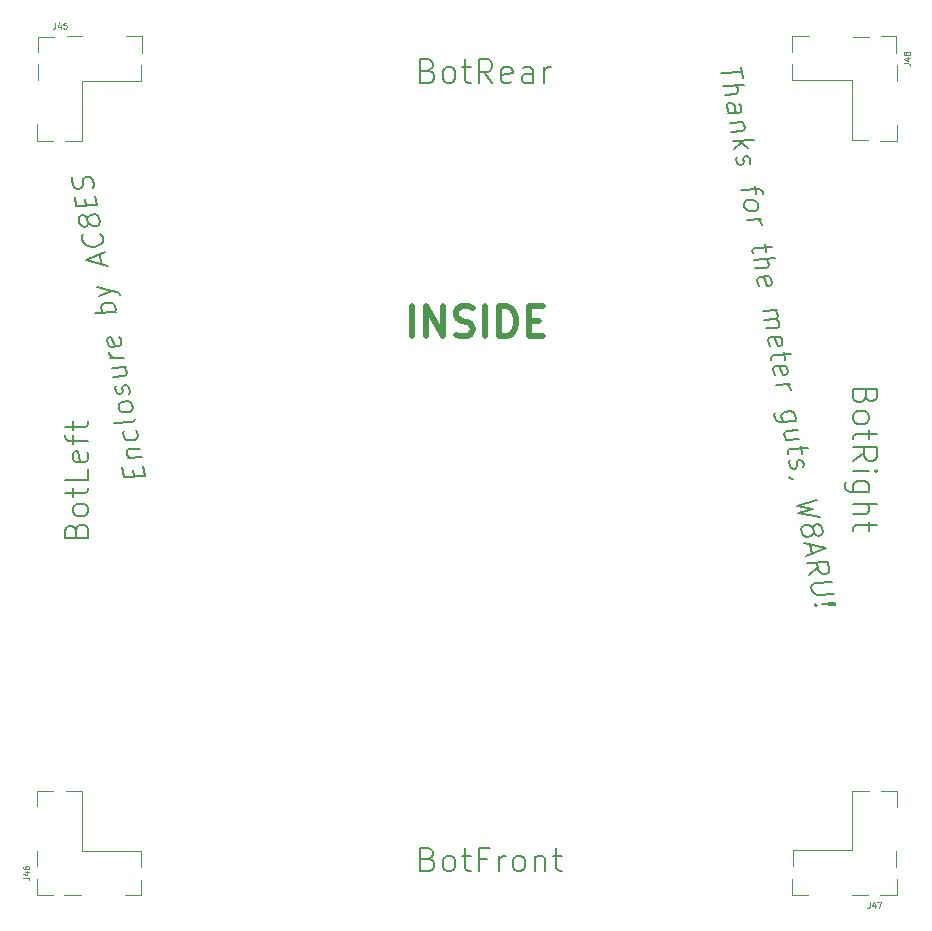
<source format=gbr>
%TF.GenerationSoftware,KiCad,Pcbnew,7.0.5-0*%
%TF.CreationDate,2024-04-21T20:24:40-04:00*%
%TF.ProjectId,swr_meter_bottom,7377725f-6d65-4746-9572-5f626f74746f,rev?*%
%TF.SameCoordinates,Original*%
%TF.FileFunction,Legend,Top*%
%TF.FilePolarity,Positive*%
%FSLAX46Y46*%
G04 Gerber Fmt 4.6, Leading zero omitted, Abs format (unit mm)*
G04 Created by KiCad (PCBNEW 7.0.5-0) date 2024-04-21 20:24:40*
%MOMM*%
%LPD*%
G01*
G04 APERTURE LIST*
%ADD10C,0.200000*%
%ADD11C,0.500000*%
%ADD12C,0.100000*%
%ADD13C,0.120000*%
G04 APERTURE END LIST*
D10*
X134834435Y-28447219D02*
X135120149Y-28542457D01*
X135120149Y-28542457D02*
X135215387Y-28637695D01*
X135215387Y-28637695D02*
X135310625Y-28828171D01*
X135310625Y-28828171D02*
X135310625Y-29113885D01*
X135310625Y-29113885D02*
X135215387Y-29304361D01*
X135215387Y-29304361D02*
X135120149Y-29399600D01*
X135120149Y-29399600D02*
X134929673Y-29494838D01*
X134929673Y-29494838D02*
X134167768Y-29494838D01*
X134167768Y-29494838D02*
X134167768Y-27494838D01*
X134167768Y-27494838D02*
X134834435Y-27494838D01*
X134834435Y-27494838D02*
X135024911Y-27590076D01*
X135024911Y-27590076D02*
X135120149Y-27685314D01*
X135120149Y-27685314D02*
X135215387Y-27875790D01*
X135215387Y-27875790D02*
X135215387Y-28066266D01*
X135215387Y-28066266D02*
X135120149Y-28256742D01*
X135120149Y-28256742D02*
X135024911Y-28351980D01*
X135024911Y-28351980D02*
X134834435Y-28447219D01*
X134834435Y-28447219D02*
X134167768Y-28447219D01*
X136453482Y-29494838D02*
X136263006Y-29399600D01*
X136263006Y-29399600D02*
X136167768Y-29304361D01*
X136167768Y-29304361D02*
X136072530Y-29113885D01*
X136072530Y-29113885D02*
X136072530Y-28542457D01*
X136072530Y-28542457D02*
X136167768Y-28351980D01*
X136167768Y-28351980D02*
X136263006Y-28256742D01*
X136263006Y-28256742D02*
X136453482Y-28161504D01*
X136453482Y-28161504D02*
X136739197Y-28161504D01*
X136739197Y-28161504D02*
X136929673Y-28256742D01*
X136929673Y-28256742D02*
X137024911Y-28351980D01*
X137024911Y-28351980D02*
X137120149Y-28542457D01*
X137120149Y-28542457D02*
X137120149Y-29113885D01*
X137120149Y-29113885D02*
X137024911Y-29304361D01*
X137024911Y-29304361D02*
X136929673Y-29399600D01*
X136929673Y-29399600D02*
X136739197Y-29494838D01*
X136739197Y-29494838D02*
X136453482Y-29494838D01*
X137691578Y-28161504D02*
X138453482Y-28161504D01*
X137977292Y-27494838D02*
X137977292Y-29209123D01*
X137977292Y-29209123D02*
X138072530Y-29399600D01*
X138072530Y-29399600D02*
X138263006Y-29494838D01*
X138263006Y-29494838D02*
X138453482Y-29494838D01*
X140263006Y-29494838D02*
X139596339Y-28542457D01*
X139120149Y-29494838D02*
X139120149Y-27494838D01*
X139120149Y-27494838D02*
X139882054Y-27494838D01*
X139882054Y-27494838D02*
X140072530Y-27590076D01*
X140072530Y-27590076D02*
X140167768Y-27685314D01*
X140167768Y-27685314D02*
X140263006Y-27875790D01*
X140263006Y-27875790D02*
X140263006Y-28161504D01*
X140263006Y-28161504D02*
X140167768Y-28351980D01*
X140167768Y-28351980D02*
X140072530Y-28447219D01*
X140072530Y-28447219D02*
X139882054Y-28542457D01*
X139882054Y-28542457D02*
X139120149Y-28542457D01*
X141882054Y-29399600D02*
X141691578Y-29494838D01*
X141691578Y-29494838D02*
X141310625Y-29494838D01*
X141310625Y-29494838D02*
X141120149Y-29399600D01*
X141120149Y-29399600D02*
X141024911Y-29209123D01*
X141024911Y-29209123D02*
X141024911Y-28447219D01*
X141024911Y-28447219D02*
X141120149Y-28256742D01*
X141120149Y-28256742D02*
X141310625Y-28161504D01*
X141310625Y-28161504D02*
X141691578Y-28161504D01*
X141691578Y-28161504D02*
X141882054Y-28256742D01*
X141882054Y-28256742D02*
X141977292Y-28447219D01*
X141977292Y-28447219D02*
X141977292Y-28637695D01*
X141977292Y-28637695D02*
X141024911Y-28828171D01*
X143691578Y-29494838D02*
X143691578Y-28447219D01*
X143691578Y-28447219D02*
X143596340Y-28256742D01*
X143596340Y-28256742D02*
X143405864Y-28161504D01*
X143405864Y-28161504D02*
X143024911Y-28161504D01*
X143024911Y-28161504D02*
X142834435Y-28256742D01*
X143691578Y-29399600D02*
X143501102Y-29494838D01*
X143501102Y-29494838D02*
X143024911Y-29494838D01*
X143024911Y-29494838D02*
X142834435Y-29399600D01*
X142834435Y-29399600D02*
X142739197Y-29209123D01*
X142739197Y-29209123D02*
X142739197Y-29018647D01*
X142739197Y-29018647D02*
X142834435Y-28828171D01*
X142834435Y-28828171D02*
X143024911Y-28732933D01*
X143024911Y-28732933D02*
X143501102Y-28732933D01*
X143501102Y-28732933D02*
X143691578Y-28637695D01*
X144643959Y-29494838D02*
X144643959Y-28161504D01*
X144643959Y-28542457D02*
X144739197Y-28351980D01*
X144739197Y-28351980D02*
X144834435Y-28256742D01*
X144834435Y-28256742D02*
X145024911Y-28161504D01*
X145024911Y-28161504D02*
X145215388Y-28161504D01*
D11*
X133484185Y-50918047D02*
X133484185Y-48418047D01*
X134674661Y-50918047D02*
X134674661Y-48418047D01*
X134674661Y-48418047D02*
X136103232Y-50918047D01*
X136103232Y-50918047D02*
X136103232Y-48418047D01*
X137174661Y-50799000D02*
X137531804Y-50918047D01*
X137531804Y-50918047D02*
X138127042Y-50918047D01*
X138127042Y-50918047D02*
X138365137Y-50799000D01*
X138365137Y-50799000D02*
X138484185Y-50679952D01*
X138484185Y-50679952D02*
X138603232Y-50441857D01*
X138603232Y-50441857D02*
X138603232Y-50203761D01*
X138603232Y-50203761D02*
X138484185Y-49965666D01*
X138484185Y-49965666D02*
X138365137Y-49846619D01*
X138365137Y-49846619D02*
X138127042Y-49727571D01*
X138127042Y-49727571D02*
X137650851Y-49608523D01*
X137650851Y-49608523D02*
X137412756Y-49489476D01*
X137412756Y-49489476D02*
X137293709Y-49370428D01*
X137293709Y-49370428D02*
X137174661Y-49132333D01*
X137174661Y-49132333D02*
X137174661Y-48894238D01*
X137174661Y-48894238D02*
X137293709Y-48656142D01*
X137293709Y-48656142D02*
X137412756Y-48537095D01*
X137412756Y-48537095D02*
X137650851Y-48418047D01*
X137650851Y-48418047D02*
X138246090Y-48418047D01*
X138246090Y-48418047D02*
X138603232Y-48537095D01*
X139674661Y-50918047D02*
X139674661Y-48418047D01*
X140865137Y-50918047D02*
X140865137Y-48418047D01*
X140865137Y-48418047D02*
X141460375Y-48418047D01*
X141460375Y-48418047D02*
X141817518Y-48537095D01*
X141817518Y-48537095D02*
X142055613Y-48775190D01*
X142055613Y-48775190D02*
X142174660Y-49013285D01*
X142174660Y-49013285D02*
X142293708Y-49489476D01*
X142293708Y-49489476D02*
X142293708Y-49846619D01*
X142293708Y-49846619D02*
X142174660Y-50322809D01*
X142174660Y-50322809D02*
X142055613Y-50560904D01*
X142055613Y-50560904D02*
X141817518Y-50799000D01*
X141817518Y-50799000D02*
X141460375Y-50918047D01*
X141460375Y-50918047D02*
X140865137Y-50918047D01*
X143365137Y-49608523D02*
X144198470Y-49608523D01*
X144555613Y-50918047D02*
X143365137Y-50918047D01*
X143365137Y-50918047D02*
X143365137Y-48418047D01*
X143365137Y-48418047D02*
X144555613Y-48418047D01*
D10*
X171862780Y-56059524D02*
X171767542Y-56345238D01*
X171767542Y-56345238D02*
X171672304Y-56440476D01*
X171672304Y-56440476D02*
X171481828Y-56535714D01*
X171481828Y-56535714D02*
X171196114Y-56535714D01*
X171196114Y-56535714D02*
X171005638Y-56440476D01*
X171005638Y-56440476D02*
X170910400Y-56345238D01*
X170910400Y-56345238D02*
X170815161Y-56154762D01*
X170815161Y-56154762D02*
X170815161Y-55392857D01*
X170815161Y-55392857D02*
X172815161Y-55392857D01*
X172815161Y-55392857D02*
X172815161Y-56059524D01*
X172815161Y-56059524D02*
X172719923Y-56250000D01*
X172719923Y-56250000D02*
X172624685Y-56345238D01*
X172624685Y-56345238D02*
X172434209Y-56440476D01*
X172434209Y-56440476D02*
X172243733Y-56440476D01*
X172243733Y-56440476D02*
X172053257Y-56345238D01*
X172053257Y-56345238D02*
X171958019Y-56250000D01*
X171958019Y-56250000D02*
X171862780Y-56059524D01*
X171862780Y-56059524D02*
X171862780Y-55392857D01*
X170815161Y-57678571D02*
X170910400Y-57488095D01*
X170910400Y-57488095D02*
X171005638Y-57392857D01*
X171005638Y-57392857D02*
X171196114Y-57297619D01*
X171196114Y-57297619D02*
X171767542Y-57297619D01*
X171767542Y-57297619D02*
X171958019Y-57392857D01*
X171958019Y-57392857D02*
X172053257Y-57488095D01*
X172053257Y-57488095D02*
X172148495Y-57678571D01*
X172148495Y-57678571D02*
X172148495Y-57964286D01*
X172148495Y-57964286D02*
X172053257Y-58154762D01*
X172053257Y-58154762D02*
X171958019Y-58250000D01*
X171958019Y-58250000D02*
X171767542Y-58345238D01*
X171767542Y-58345238D02*
X171196114Y-58345238D01*
X171196114Y-58345238D02*
X171005638Y-58250000D01*
X171005638Y-58250000D02*
X170910400Y-58154762D01*
X170910400Y-58154762D02*
X170815161Y-57964286D01*
X170815161Y-57964286D02*
X170815161Y-57678571D01*
X172148495Y-58916667D02*
X172148495Y-59678571D01*
X172815161Y-59202381D02*
X171100876Y-59202381D01*
X171100876Y-59202381D02*
X170910400Y-59297619D01*
X170910400Y-59297619D02*
X170815161Y-59488095D01*
X170815161Y-59488095D02*
X170815161Y-59678571D01*
X170815161Y-61488095D02*
X171767542Y-60821428D01*
X170815161Y-60345238D02*
X172815161Y-60345238D01*
X172815161Y-60345238D02*
X172815161Y-61107143D01*
X172815161Y-61107143D02*
X172719923Y-61297619D01*
X172719923Y-61297619D02*
X172624685Y-61392857D01*
X172624685Y-61392857D02*
X172434209Y-61488095D01*
X172434209Y-61488095D02*
X172148495Y-61488095D01*
X172148495Y-61488095D02*
X171958019Y-61392857D01*
X171958019Y-61392857D02*
X171862780Y-61297619D01*
X171862780Y-61297619D02*
X171767542Y-61107143D01*
X171767542Y-61107143D02*
X171767542Y-60345238D01*
X170815161Y-62345238D02*
X172148495Y-62345238D01*
X172815161Y-62345238D02*
X172719923Y-62250000D01*
X172719923Y-62250000D02*
X172624685Y-62345238D01*
X172624685Y-62345238D02*
X172719923Y-62440476D01*
X172719923Y-62440476D02*
X172815161Y-62345238D01*
X172815161Y-62345238D02*
X172624685Y-62345238D01*
X172148495Y-64154762D02*
X170529447Y-64154762D01*
X170529447Y-64154762D02*
X170338971Y-64059524D01*
X170338971Y-64059524D02*
X170243733Y-63964286D01*
X170243733Y-63964286D02*
X170148495Y-63773809D01*
X170148495Y-63773809D02*
X170148495Y-63488095D01*
X170148495Y-63488095D02*
X170243733Y-63297619D01*
X170910400Y-64154762D02*
X170815161Y-63964286D01*
X170815161Y-63964286D02*
X170815161Y-63583333D01*
X170815161Y-63583333D02*
X170910400Y-63392857D01*
X170910400Y-63392857D02*
X171005638Y-63297619D01*
X171005638Y-63297619D02*
X171196114Y-63202381D01*
X171196114Y-63202381D02*
X171767542Y-63202381D01*
X171767542Y-63202381D02*
X171958019Y-63297619D01*
X171958019Y-63297619D02*
X172053257Y-63392857D01*
X172053257Y-63392857D02*
X172148495Y-63583333D01*
X172148495Y-63583333D02*
X172148495Y-63964286D01*
X172148495Y-63964286D02*
X172053257Y-64154762D01*
X170815161Y-65107143D02*
X172815161Y-65107143D01*
X170815161Y-65964286D02*
X171862780Y-65964286D01*
X171862780Y-65964286D02*
X172053257Y-65869048D01*
X172053257Y-65869048D02*
X172148495Y-65678572D01*
X172148495Y-65678572D02*
X172148495Y-65392857D01*
X172148495Y-65392857D02*
X172053257Y-65202381D01*
X172053257Y-65202381D02*
X171958019Y-65107143D01*
X172148495Y-66630953D02*
X172148495Y-67392857D01*
X172815161Y-66916667D02*
X171100876Y-66916667D01*
X171100876Y-66916667D02*
X170910400Y-67011905D01*
X170910400Y-67011905D02*
X170815161Y-67202381D01*
X170815161Y-67202381D02*
X170815161Y-67392857D01*
X105007219Y-67392856D02*
X105102457Y-67107142D01*
X105102457Y-67107142D02*
X105197695Y-67011904D01*
X105197695Y-67011904D02*
X105388171Y-66916666D01*
X105388171Y-66916666D02*
X105673885Y-66916666D01*
X105673885Y-66916666D02*
X105864361Y-67011904D01*
X105864361Y-67011904D02*
X105959600Y-67107142D01*
X105959600Y-67107142D02*
X106054838Y-67297618D01*
X106054838Y-67297618D02*
X106054838Y-68059523D01*
X106054838Y-68059523D02*
X104054838Y-68059523D01*
X104054838Y-68059523D02*
X104054838Y-67392856D01*
X104054838Y-67392856D02*
X104150076Y-67202380D01*
X104150076Y-67202380D02*
X104245314Y-67107142D01*
X104245314Y-67107142D02*
X104435790Y-67011904D01*
X104435790Y-67011904D02*
X104626266Y-67011904D01*
X104626266Y-67011904D02*
X104816742Y-67107142D01*
X104816742Y-67107142D02*
X104911980Y-67202380D01*
X104911980Y-67202380D02*
X105007219Y-67392856D01*
X105007219Y-67392856D02*
X105007219Y-68059523D01*
X106054838Y-65773809D02*
X105959600Y-65964285D01*
X105959600Y-65964285D02*
X105864361Y-66059523D01*
X105864361Y-66059523D02*
X105673885Y-66154761D01*
X105673885Y-66154761D02*
X105102457Y-66154761D01*
X105102457Y-66154761D02*
X104911980Y-66059523D01*
X104911980Y-66059523D02*
X104816742Y-65964285D01*
X104816742Y-65964285D02*
X104721504Y-65773809D01*
X104721504Y-65773809D02*
X104721504Y-65488094D01*
X104721504Y-65488094D02*
X104816742Y-65297618D01*
X104816742Y-65297618D02*
X104911980Y-65202380D01*
X104911980Y-65202380D02*
X105102457Y-65107142D01*
X105102457Y-65107142D02*
X105673885Y-65107142D01*
X105673885Y-65107142D02*
X105864361Y-65202380D01*
X105864361Y-65202380D02*
X105959600Y-65297618D01*
X105959600Y-65297618D02*
X106054838Y-65488094D01*
X106054838Y-65488094D02*
X106054838Y-65773809D01*
X104721504Y-64535713D02*
X104721504Y-63773809D01*
X104054838Y-64249999D02*
X105769123Y-64249999D01*
X105769123Y-64249999D02*
X105959600Y-64154761D01*
X105959600Y-64154761D02*
X106054838Y-63964285D01*
X106054838Y-63964285D02*
X106054838Y-63773809D01*
X106054838Y-62154761D02*
X106054838Y-63107142D01*
X106054838Y-63107142D02*
X104054838Y-63107142D01*
X105959600Y-60726189D02*
X106054838Y-60916665D01*
X106054838Y-60916665D02*
X106054838Y-61297618D01*
X106054838Y-61297618D02*
X105959600Y-61488094D01*
X105959600Y-61488094D02*
X105769123Y-61583332D01*
X105769123Y-61583332D02*
X105007219Y-61583332D01*
X105007219Y-61583332D02*
X104816742Y-61488094D01*
X104816742Y-61488094D02*
X104721504Y-61297618D01*
X104721504Y-61297618D02*
X104721504Y-60916665D01*
X104721504Y-60916665D02*
X104816742Y-60726189D01*
X104816742Y-60726189D02*
X105007219Y-60630951D01*
X105007219Y-60630951D02*
X105197695Y-60630951D01*
X105197695Y-60630951D02*
X105388171Y-61583332D01*
X104721504Y-60059522D02*
X104721504Y-59297618D01*
X106054838Y-59773808D02*
X104340552Y-59773808D01*
X104340552Y-59773808D02*
X104150076Y-59678570D01*
X104150076Y-59678570D02*
X104054838Y-59488094D01*
X104054838Y-59488094D02*
X104054838Y-59297618D01*
X104721504Y-58916665D02*
X104721504Y-58154761D01*
X104054838Y-58630951D02*
X105769123Y-58630951D01*
X105769123Y-58630951D02*
X105959600Y-58535713D01*
X105959600Y-58535713D02*
X106054838Y-58345237D01*
X106054838Y-58345237D02*
X106054838Y-58154761D01*
X161292533Y-28106002D02*
X161466182Y-29090809D01*
X159617958Y-28686863D02*
X161379358Y-28598406D01*
X159806077Y-29753738D02*
X161567476Y-29665280D01*
X159936313Y-30492344D02*
X160858951Y-30446009D01*
X160858951Y-30446009D02*
X161012233Y-30355517D01*
X161012233Y-30355517D02*
X161067167Y-30187170D01*
X161067167Y-30187170D02*
X161023755Y-29940968D01*
X161023755Y-29940968D02*
X160910938Y-29781046D01*
X160910938Y-29781046D02*
X160812591Y-29703191D01*
X160211256Y-32051622D02*
X161133894Y-32005287D01*
X161133894Y-32005287D02*
X161287175Y-31914796D01*
X161287175Y-31914796D02*
X161342110Y-31746449D01*
X161342110Y-31746449D02*
X161284228Y-31418179D01*
X161284228Y-31418179D02*
X161171410Y-31258257D01*
X160295132Y-32047410D02*
X160182315Y-31887488D01*
X160182315Y-31887488D02*
X160109961Y-31477151D01*
X160109961Y-31477151D02*
X160164896Y-31308804D01*
X160164896Y-31308804D02*
X160318178Y-31218312D01*
X160318178Y-31218312D02*
X160485930Y-31209888D01*
X160485930Y-31209888D02*
X160668153Y-31283531D01*
X160668153Y-31283531D02*
X160780971Y-31443453D01*
X160780971Y-31443453D02*
X160853324Y-31853790D01*
X160853324Y-31853790D02*
X160966142Y-32013712D01*
X161530229Y-32813323D02*
X160355963Y-32872295D01*
X161362477Y-32821748D02*
X161460824Y-32899603D01*
X161460824Y-32899603D02*
X161573641Y-33059525D01*
X161573641Y-33059525D02*
X161617053Y-33305727D01*
X161617053Y-33305727D02*
X161562118Y-33474074D01*
X161562118Y-33474074D02*
X161408837Y-33564566D01*
X161408837Y-33564566D02*
X160486199Y-33610901D01*
X160630906Y-34431574D02*
X162392305Y-34343116D01*
X161330856Y-34562010D02*
X160746671Y-35088112D01*
X161920937Y-35029141D02*
X161134163Y-34406300D01*
X160946313Y-35740439D02*
X160891378Y-35908786D01*
X160891378Y-35908786D02*
X160949261Y-36237055D01*
X160949261Y-36237055D02*
X161062078Y-36396977D01*
X161062078Y-36396977D02*
X161244301Y-36470620D01*
X161244301Y-36470620D02*
X161328178Y-36466408D01*
X161328178Y-36466408D02*
X161481459Y-36375916D01*
X161481459Y-36375916D02*
X161536394Y-36207569D01*
X161536394Y-36207569D02*
X161492982Y-35961367D01*
X161492982Y-35961367D02*
X161547917Y-35793020D01*
X161547917Y-35793020D02*
X161701198Y-35702528D01*
X161701198Y-35702528D02*
X161785074Y-35698316D01*
X161785074Y-35698316D02*
X161967297Y-35771959D01*
X161967297Y-35771959D02*
X162080115Y-35931881D01*
X162080115Y-35931881D02*
X162123527Y-36178083D01*
X162123527Y-36178083D02*
X162068592Y-36346430D01*
X162485294Y-38229766D02*
X162601059Y-38886305D01*
X161354440Y-38534940D02*
X162864211Y-38459119D01*
X162864211Y-38459119D02*
X163046434Y-38532762D01*
X163046434Y-38532762D02*
X163159251Y-38692684D01*
X163159251Y-38692684D02*
X163188193Y-38856819D01*
X161571500Y-39765949D02*
X161626435Y-39597603D01*
X161626435Y-39597603D02*
X161695840Y-39511323D01*
X161695840Y-39511323D02*
X161849122Y-39420831D01*
X161849122Y-39420831D02*
X162352379Y-39395558D01*
X162352379Y-39395558D02*
X162534602Y-39469200D01*
X162534602Y-39469200D02*
X162632949Y-39547055D01*
X162632949Y-39547055D02*
X162745766Y-39706978D01*
X162745766Y-39706978D02*
X162789178Y-39953180D01*
X162789178Y-39953180D02*
X162734244Y-40121527D01*
X162734244Y-40121527D02*
X162664838Y-40207806D01*
X162664838Y-40207806D02*
X162511556Y-40298298D01*
X162511556Y-40298298D02*
X162008300Y-40323572D01*
X162008300Y-40323572D02*
X161826077Y-40249929D01*
X161826077Y-40249929D02*
X161727730Y-40172074D01*
X161727730Y-40172074D02*
X161614912Y-40012151D01*
X161614912Y-40012151D02*
X161571500Y-39765949D01*
X161803031Y-41079026D02*
X162977297Y-41020054D01*
X162641793Y-41036903D02*
X162824016Y-41110546D01*
X162824016Y-41110546D02*
X162922362Y-41188401D01*
X162922362Y-41188401D02*
X163035180Y-41348324D01*
X163035180Y-41348324D02*
X163064121Y-41512458D01*
X163353535Y-43153804D02*
X163469300Y-43810342D01*
X163984080Y-43370520D02*
X162474309Y-43446341D01*
X162474309Y-43446341D02*
X162321028Y-43536833D01*
X162321028Y-43536833D02*
X162266093Y-43705179D01*
X162266093Y-43705179D02*
X162295034Y-43869314D01*
X162396329Y-44443785D02*
X164157728Y-44355328D01*
X162526565Y-45182391D02*
X163449203Y-45136056D01*
X163449203Y-45136056D02*
X163602484Y-45045564D01*
X163602484Y-45045564D02*
X163657419Y-44877217D01*
X163657419Y-44877217D02*
X163614007Y-44631015D01*
X163614007Y-44631015D02*
X163501190Y-44471093D01*
X163501190Y-44471093D02*
X163402843Y-44393238D01*
X162870913Y-46655390D02*
X162758096Y-46495468D01*
X162758096Y-46495468D02*
X162700213Y-46167199D01*
X162700213Y-46167199D02*
X162755148Y-45998852D01*
X162755148Y-45998852D02*
X162908430Y-45908360D01*
X162908430Y-45908360D02*
X163579439Y-45874662D01*
X163579439Y-45874662D02*
X163761662Y-45948304D01*
X163761662Y-45948304D02*
X163874479Y-46108227D01*
X163874479Y-46108227D02*
X163932362Y-46436496D01*
X163932362Y-46436496D02*
X163877427Y-46604843D01*
X163877427Y-46604843D02*
X163724146Y-46695335D01*
X163724146Y-46695335D02*
X163556393Y-46703759D01*
X163556393Y-46703759D02*
X163243934Y-45891511D01*
X163163275Y-48793352D02*
X164337541Y-48734380D01*
X164169789Y-48742805D02*
X164268136Y-48820660D01*
X164268136Y-48820660D02*
X164380953Y-48980582D01*
X164380953Y-48980582D02*
X164424365Y-49226784D01*
X164424365Y-49226784D02*
X164369430Y-49395131D01*
X164369430Y-49395131D02*
X164216149Y-49485623D01*
X164216149Y-49485623D02*
X163293511Y-49531958D01*
X164216149Y-49485623D02*
X164398372Y-49559266D01*
X164398372Y-49559266D02*
X164511189Y-49719188D01*
X164511189Y-49719188D02*
X164554601Y-49965390D01*
X164554601Y-49965390D02*
X164499666Y-50133737D01*
X164499666Y-50133737D02*
X164346385Y-50224229D01*
X164346385Y-50224229D02*
X163423747Y-50270564D01*
X163768096Y-51743563D02*
X163655278Y-51583641D01*
X163655278Y-51583641D02*
X163597395Y-51255371D01*
X163597395Y-51255371D02*
X163652330Y-51087024D01*
X163652330Y-51087024D02*
X163805612Y-50996533D01*
X163805612Y-50996533D02*
X164476621Y-50962834D01*
X164476621Y-50962834D02*
X164658844Y-51036477D01*
X164658844Y-51036477D02*
X164771661Y-51196400D01*
X164771661Y-51196400D02*
X164829544Y-51524669D01*
X164829544Y-51524669D02*
X164774609Y-51693016D01*
X164774609Y-51693016D02*
X164621328Y-51783508D01*
X164621328Y-51783508D02*
X164453575Y-51791932D01*
X164453575Y-51791932D02*
X164141116Y-50979683D01*
X164959780Y-52263275D02*
X165075546Y-52919813D01*
X165590325Y-52479991D02*
X164080555Y-52555811D01*
X164080555Y-52555811D02*
X163927273Y-52646303D01*
X163927273Y-52646303D02*
X163872338Y-52814650D01*
X163872338Y-52814650D02*
X163901280Y-52978785D01*
X164202216Y-54205582D02*
X164089398Y-54045660D01*
X164089398Y-54045660D02*
X164031516Y-53717391D01*
X164031516Y-53717391D02*
X164086451Y-53549044D01*
X164086451Y-53549044D02*
X164239732Y-53458552D01*
X164239732Y-53458552D02*
X164910741Y-53424854D01*
X164910741Y-53424854D02*
X165092964Y-53498497D01*
X165092964Y-53498497D02*
X165205782Y-53658419D01*
X165205782Y-53658419D02*
X165263665Y-53986688D01*
X165263665Y-53986688D02*
X165208730Y-54155035D01*
X165208730Y-54155035D02*
X165055448Y-54245527D01*
X165055448Y-54245527D02*
X164887696Y-54253951D01*
X164887696Y-54253951D02*
X164575237Y-53441703D01*
X164263047Y-55030468D02*
X165437313Y-54971496D01*
X165101808Y-54988345D02*
X165284031Y-55061988D01*
X165284031Y-55061988D02*
X165382378Y-55139843D01*
X165382378Y-55139843D02*
X165495195Y-55299765D01*
X165495195Y-55299765D02*
X165524137Y-55463900D01*
X165987198Y-58090053D02*
X164561304Y-58161662D01*
X164561304Y-58161662D02*
X164379081Y-58088019D01*
X164379081Y-58088019D02*
X164280734Y-58010164D01*
X164280734Y-58010164D02*
X164167917Y-57850241D01*
X164167917Y-57850241D02*
X164124505Y-57604040D01*
X164124505Y-57604040D02*
X164179439Y-57435693D01*
X164896809Y-58144813D02*
X164783991Y-57984890D01*
X164783991Y-57984890D02*
X164726108Y-57656621D01*
X164726108Y-57656621D02*
X164781043Y-57488274D01*
X164781043Y-57488274D02*
X164850449Y-57401995D01*
X164850449Y-57401995D02*
X165003730Y-57311503D01*
X165003730Y-57311503D02*
X165506987Y-57286229D01*
X165506987Y-57286229D02*
X165689210Y-57359872D01*
X165689210Y-57359872D02*
X165787557Y-57437727D01*
X165787557Y-57437727D02*
X165900374Y-57597649D01*
X165900374Y-57597649D02*
X165958257Y-57925919D01*
X165958257Y-57925919D02*
X165903322Y-58094265D01*
X166262141Y-59649332D02*
X165087875Y-59708303D01*
X166131905Y-58910726D02*
X165209268Y-58957061D01*
X165209268Y-58957061D02*
X165055986Y-59047553D01*
X165055986Y-59047553D02*
X165001051Y-59215900D01*
X165001051Y-59215900D02*
X165044463Y-59462102D01*
X165044463Y-59462102D02*
X165157281Y-59622024D01*
X165157281Y-59622024D02*
X165255628Y-59699879D01*
X166363436Y-60223803D02*
X166479202Y-60880341D01*
X166993981Y-60440519D02*
X165484211Y-60516339D01*
X165484211Y-60516339D02*
X165330929Y-60606831D01*
X165330929Y-60606831D02*
X165275994Y-60775178D01*
X165275994Y-60775178D02*
X165304935Y-60939313D01*
X165475636Y-61427504D02*
X165420701Y-61595851D01*
X165420701Y-61595851D02*
X165478584Y-61924121D01*
X165478584Y-61924121D02*
X165591401Y-62084043D01*
X165591401Y-62084043D02*
X165773624Y-62157686D01*
X165773624Y-62157686D02*
X165857500Y-62153473D01*
X165857500Y-62153473D02*
X166010782Y-62062982D01*
X166010782Y-62062982D02*
X166065717Y-61894635D01*
X166065717Y-61894635D02*
X166022305Y-61648433D01*
X166022305Y-61648433D02*
X166077239Y-61480086D01*
X166077239Y-61480086D02*
X166230521Y-61389594D01*
X166230521Y-61389594D02*
X166314397Y-61385382D01*
X166314397Y-61385382D02*
X166496620Y-61459025D01*
X166496620Y-61459025D02*
X166609438Y-61618947D01*
X166609438Y-61618947D02*
X166652850Y-61865149D01*
X166652850Y-61865149D02*
X166597915Y-62033496D01*
X165750579Y-62986784D02*
X165666703Y-62990996D01*
X165666703Y-62990996D02*
X165484480Y-62917353D01*
X165484480Y-62917353D02*
X165386133Y-62839498D01*
X167760927Y-64790086D02*
X166071882Y-65288880D01*
X166071882Y-65288880D02*
X167387906Y-65553965D01*
X167387906Y-65553965D02*
X166187647Y-65945419D01*
X166187647Y-65945419D02*
X168021399Y-66267298D01*
X167425692Y-67207948D02*
X167480626Y-67039601D01*
X167480626Y-67039601D02*
X167550032Y-66953322D01*
X167550032Y-66953322D02*
X167703314Y-66862830D01*
X167703314Y-66862830D02*
X167787190Y-66858618D01*
X167787190Y-66858618D02*
X167969413Y-66932261D01*
X167969413Y-66932261D02*
X168067759Y-67010116D01*
X168067759Y-67010116D02*
X168180577Y-67170038D01*
X168180577Y-67170038D02*
X168238460Y-67498307D01*
X168238460Y-67498307D02*
X168183525Y-67666654D01*
X168183525Y-67666654D02*
X168114119Y-67752934D01*
X168114119Y-67752934D02*
X167960838Y-67843426D01*
X167960838Y-67843426D02*
X167876962Y-67847638D01*
X167876962Y-67847638D02*
X167694739Y-67773995D01*
X167694739Y-67773995D02*
X167596392Y-67696140D01*
X167596392Y-67696140D02*
X167483574Y-67536218D01*
X167483574Y-67536218D02*
X167425692Y-67207948D01*
X167425692Y-67207948D02*
X167312874Y-67048026D01*
X167312874Y-67048026D02*
X167214527Y-66970171D01*
X167214527Y-66970171D02*
X167032304Y-66896528D01*
X167032304Y-66896528D02*
X166696800Y-66913377D01*
X166696800Y-66913377D02*
X166543518Y-67003869D01*
X166543518Y-67003869D02*
X166474113Y-67090149D01*
X166474113Y-67090149D02*
X166419178Y-67258496D01*
X166419178Y-67258496D02*
X166477061Y-67586765D01*
X166477061Y-67586765D02*
X166589878Y-67746687D01*
X166589878Y-67746687D02*
X166688225Y-67824542D01*
X166688225Y-67824542D02*
X166870448Y-67898185D01*
X166870448Y-67898185D02*
X167205953Y-67881336D01*
X167205953Y-67881336D02*
X167359234Y-67790844D01*
X167359234Y-67790844D02*
X167428640Y-67704565D01*
X167428640Y-67704565D02*
X167483574Y-67536218D01*
X167153966Y-68546299D02*
X167298673Y-69366972D01*
X166621767Y-68407438D02*
X168484461Y-68893452D01*
X168484461Y-68893452D02*
X166824357Y-69556381D01*
X167099300Y-71115660D02*
X167836767Y-70499066D01*
X166925652Y-70130852D02*
X168687051Y-70042394D01*
X168687051Y-70042394D02*
X168802816Y-70698933D01*
X168802816Y-70698933D02*
X168747882Y-70867280D01*
X168747882Y-70867280D02*
X168678476Y-70953559D01*
X168678476Y-70953559D02*
X168525194Y-71044051D01*
X168525194Y-71044051D02*
X168273566Y-71056688D01*
X168273566Y-71056688D02*
X168091343Y-70983045D01*
X168091343Y-70983045D02*
X167992996Y-70905190D01*
X167992996Y-70905190D02*
X167880179Y-70745268D01*
X167880179Y-70745268D02*
X167764413Y-70088729D01*
X168990935Y-71765808D02*
X167565041Y-71837416D01*
X167565041Y-71837416D02*
X167411759Y-71927908D01*
X167411759Y-71927908D02*
X167342354Y-72014188D01*
X167342354Y-72014188D02*
X167287419Y-72182535D01*
X167287419Y-72182535D02*
X167345302Y-72510804D01*
X167345302Y-72510804D02*
X167458119Y-72670726D01*
X167458119Y-72670726D02*
X167556466Y-72748581D01*
X167556466Y-72748581D02*
X167738689Y-72822224D01*
X167738689Y-72822224D02*
X169164583Y-72750616D01*
X167715643Y-73651321D02*
X167646238Y-73737601D01*
X167646238Y-73737601D02*
X167547891Y-73659746D01*
X167547891Y-73659746D02*
X167617297Y-73573466D01*
X167617297Y-73573466D02*
X167715643Y-73651321D01*
X167715643Y-73651321D02*
X167547891Y-73659746D01*
X168218900Y-73626048D02*
X169210943Y-73493433D01*
X169210943Y-73493433D02*
X169309290Y-73571288D01*
X169309290Y-73571288D02*
X169239885Y-73657568D01*
X169239885Y-73657568D02*
X168218900Y-73626048D01*
X168218900Y-73626048D02*
X169309290Y-73571288D01*
X109922815Y-62805673D02*
X109821520Y-62231201D01*
X110700746Y-61938665D02*
X110845453Y-62759338D01*
X110845453Y-62759338D02*
X109084054Y-62847795D01*
X109084054Y-62847795D02*
X108939347Y-62027122D01*
X109396244Y-61259031D02*
X110570510Y-61200059D01*
X109563996Y-61250606D02*
X109465649Y-61172751D01*
X109465649Y-61172751D02*
X109352832Y-61012829D01*
X109352832Y-61012829D02*
X109309420Y-60766627D01*
X109309420Y-60766627D02*
X109364354Y-60598280D01*
X109364354Y-60598280D02*
X109517636Y-60507788D01*
X109517636Y-60507788D02*
X110440274Y-60461453D01*
X110081455Y-58906387D02*
X110194272Y-59066309D01*
X110194272Y-59066309D02*
X110252155Y-59394579D01*
X110252155Y-59394579D02*
X110197220Y-59562925D01*
X110197220Y-59562925D02*
X110127815Y-59649205D01*
X110127815Y-59649205D02*
X109974533Y-59739697D01*
X109974533Y-59739697D02*
X109471276Y-59764970D01*
X109471276Y-59764970D02*
X109289053Y-59691328D01*
X109289053Y-59691328D02*
X109190706Y-59613473D01*
X109190706Y-59613473D02*
X109077889Y-59453550D01*
X109077889Y-59453550D02*
X109020006Y-59125281D01*
X109020006Y-59125281D02*
X109074941Y-58956934D01*
X109991683Y-57917367D02*
X109936748Y-58085714D01*
X109936748Y-58085714D02*
X109783466Y-58176206D01*
X109783466Y-58176206D02*
X108273695Y-58252026D01*
X109832505Y-57014626D02*
X109777570Y-57182973D01*
X109777570Y-57182973D02*
X109708165Y-57269253D01*
X109708165Y-57269253D02*
X109554883Y-57359744D01*
X109554883Y-57359744D02*
X109051626Y-57385018D01*
X109051626Y-57385018D02*
X108869403Y-57311375D01*
X108869403Y-57311375D02*
X108771056Y-57233520D01*
X108771056Y-57233520D02*
X108658239Y-57073598D01*
X108658239Y-57073598D02*
X108614827Y-56827396D01*
X108614827Y-56827396D02*
X108669762Y-56659049D01*
X108669762Y-56659049D02*
X108739167Y-56572770D01*
X108739167Y-56572770D02*
X108892449Y-56482278D01*
X108892449Y-56482278D02*
X109395706Y-56457004D01*
X109395706Y-56457004D02*
X109577929Y-56530647D01*
X109577929Y-56530647D02*
X109676275Y-56608502D01*
X109676275Y-56608502D02*
X109789093Y-56768424D01*
X109789093Y-56768424D02*
X109832505Y-57014626D01*
X109531569Y-55787829D02*
X109586503Y-55619482D01*
X109586503Y-55619482D02*
X109528621Y-55291213D01*
X109528621Y-55291213D02*
X109415803Y-55131291D01*
X109415803Y-55131291D02*
X109233580Y-55057648D01*
X109233580Y-55057648D02*
X109149704Y-55061860D01*
X109149704Y-55061860D02*
X108996422Y-55152352D01*
X108996422Y-55152352D02*
X108941488Y-55320699D01*
X108941488Y-55320699D02*
X108984900Y-55566901D01*
X108984900Y-55566901D02*
X108929965Y-55735248D01*
X108929965Y-55735248D02*
X108776683Y-55825739D01*
X108776683Y-55825739D02*
X108692807Y-55829952D01*
X108692807Y-55829952D02*
X108510584Y-55756309D01*
X108510584Y-55756309D02*
X108397767Y-55596387D01*
X108397767Y-55596387D02*
X108354355Y-55350185D01*
X108354355Y-55350185D02*
X108409289Y-55181838D01*
X108050470Y-53626771D02*
X109224736Y-53567799D01*
X108180706Y-54365377D02*
X109103344Y-54319042D01*
X109103344Y-54319042D02*
X109256626Y-54228550D01*
X109256626Y-54228550D02*
X109311560Y-54060203D01*
X109311560Y-54060203D02*
X109268148Y-53814001D01*
X109268148Y-53814001D02*
X109155331Y-53654079D01*
X109155331Y-53654079D02*
X109056984Y-53576224D01*
X109080030Y-52747126D02*
X107905764Y-52806098D01*
X108241268Y-52789249D02*
X108059045Y-52715606D01*
X108059045Y-52715606D02*
X107960698Y-52637751D01*
X107960698Y-52637751D02*
X107847881Y-52477829D01*
X107847881Y-52477829D02*
X107818939Y-52313694D01*
X108692269Y-51027925D02*
X108805087Y-51187848D01*
X108805087Y-51187848D02*
X108862969Y-51516117D01*
X108862969Y-51516117D02*
X108808035Y-51684464D01*
X108808035Y-51684464D02*
X108654753Y-51774956D01*
X108654753Y-51774956D02*
X107983744Y-51808654D01*
X107983744Y-51808654D02*
X107801521Y-51735011D01*
X107801521Y-51735011D02*
X107688703Y-51575089D01*
X107688703Y-51575089D02*
X107630821Y-51246819D01*
X107630821Y-51246819D02*
X107685755Y-51078472D01*
X107685755Y-51078472D02*
X107839037Y-50987981D01*
X107839037Y-50987981D02*
X108006789Y-50979556D01*
X108006789Y-50979556D02*
X108319248Y-51791805D01*
X108399908Y-48889963D02*
X106638509Y-48978421D01*
X107309518Y-48944723D02*
X107196700Y-48784800D01*
X107196700Y-48784800D02*
X107138818Y-48456531D01*
X107138818Y-48456531D02*
X107193752Y-48288184D01*
X107193752Y-48288184D02*
X107263158Y-48201905D01*
X107263158Y-48201905D02*
X107416439Y-48111413D01*
X107416439Y-48111413D02*
X107919696Y-48086139D01*
X107919696Y-48086139D02*
X108101919Y-48159782D01*
X108101919Y-48159782D02*
X108200266Y-48237637D01*
X108200266Y-48237637D02*
X108313084Y-48397559D01*
X108313084Y-48397559D02*
X108370966Y-48725829D01*
X108370966Y-48725829D02*
X108316032Y-48894175D01*
X106979640Y-47553791D02*
X108081553Y-47084483D01*
X106834933Y-46733118D02*
X108081553Y-47084483D01*
X108081553Y-47084483D02*
X108529875Y-47227556D01*
X108529875Y-47227556D02*
X108628222Y-47305411D01*
X108628222Y-47305411D02*
X108741039Y-47465333D01*
X107173117Y-44811872D02*
X107028410Y-43991199D01*
X107705315Y-44950733D02*
X105842621Y-44464720D01*
X105842621Y-44464720D02*
X107502726Y-43801791D01*
X107060030Y-42250936D02*
X107158377Y-42328791D01*
X107158377Y-42328791D02*
X107285665Y-42570781D01*
X107285665Y-42570781D02*
X107314607Y-42734916D01*
X107314607Y-42734916D02*
X107274143Y-42985330D01*
X107274143Y-42985330D02*
X107135332Y-43157889D01*
X107135332Y-43157889D02*
X106982050Y-43248381D01*
X106982050Y-43248381D02*
X106661016Y-43347297D01*
X106661016Y-43347297D02*
X106409388Y-43359934D01*
X106409388Y-43359934D02*
X106059412Y-43294716D01*
X106059412Y-43294716D02*
X105877190Y-43221073D01*
X105877190Y-43221073D02*
X105680496Y-43065363D01*
X105680496Y-43065363D02*
X105553208Y-42823373D01*
X105553208Y-42823373D02*
X105524266Y-42659239D01*
X105524266Y-42659239D02*
X105564730Y-42408825D01*
X105564730Y-42408825D02*
X105634136Y-42322545D01*
X106047621Y-41308251D02*
X105992686Y-41476598D01*
X105992686Y-41476598D02*
X105923280Y-41562878D01*
X105923280Y-41562878D02*
X105769999Y-41653370D01*
X105769999Y-41653370D02*
X105686123Y-41657582D01*
X105686123Y-41657582D02*
X105503900Y-41583939D01*
X105503900Y-41583939D02*
X105405553Y-41506084D01*
X105405553Y-41506084D02*
X105292735Y-41346162D01*
X105292735Y-41346162D02*
X105234853Y-41017892D01*
X105234853Y-41017892D02*
X105289787Y-40849546D01*
X105289787Y-40849546D02*
X105359193Y-40763266D01*
X105359193Y-40763266D02*
X105512475Y-40672774D01*
X105512475Y-40672774D02*
X105596351Y-40668562D01*
X105596351Y-40668562D02*
X105778574Y-40742205D01*
X105778574Y-40742205D02*
X105876920Y-40820060D01*
X105876920Y-40820060D02*
X105989738Y-40979982D01*
X105989738Y-40979982D02*
X106047621Y-41308251D01*
X106047621Y-41308251D02*
X106160438Y-41468174D01*
X106160438Y-41468174D02*
X106258785Y-41546029D01*
X106258785Y-41546029D02*
X106441008Y-41619671D01*
X106441008Y-41619671D02*
X106776513Y-41602822D01*
X106776513Y-41602822D02*
X106929794Y-41512331D01*
X106929794Y-41512331D02*
X106999200Y-41426051D01*
X106999200Y-41426051D02*
X107054134Y-41257704D01*
X107054134Y-41257704D02*
X106996252Y-40929435D01*
X106996252Y-40929435D02*
X106883434Y-40769512D01*
X106883434Y-40769512D02*
X106785087Y-40691657D01*
X106785087Y-40691657D02*
X106602864Y-40618015D01*
X106602864Y-40618015D02*
X106267360Y-40634864D01*
X106267360Y-40634864D02*
X106114078Y-40725356D01*
X106114078Y-40725356D02*
X106044673Y-40811635D01*
X106044673Y-40811635D02*
X105989738Y-40979982D01*
X105885495Y-39908894D02*
X105784200Y-39334423D01*
X106663426Y-39041886D02*
X106808133Y-39862559D01*
X106808133Y-39862559D02*
X105046734Y-39951017D01*
X105046734Y-39951017D02*
X104902027Y-39130344D01*
X106463784Y-38389560D02*
X106504249Y-38139146D01*
X106504249Y-38139146D02*
X106431895Y-37728810D01*
X106431895Y-37728810D02*
X106319078Y-37568887D01*
X106319078Y-37568887D02*
X106220731Y-37491032D01*
X106220731Y-37491032D02*
X106038508Y-37417389D01*
X106038508Y-37417389D02*
X105870756Y-37425814D01*
X105870756Y-37425814D02*
X105717474Y-37516306D01*
X105717474Y-37516306D02*
X105648069Y-37602585D01*
X105648069Y-37602585D02*
X105593134Y-37770932D01*
X105593134Y-37770932D02*
X105567140Y-38103414D01*
X105567140Y-38103414D02*
X105512206Y-38271761D01*
X105512206Y-38271761D02*
X105442800Y-38358040D01*
X105442800Y-38358040D02*
X105289518Y-38448532D01*
X105289518Y-38448532D02*
X105121766Y-38456957D01*
X105121766Y-38456957D02*
X104939543Y-38383314D01*
X104939543Y-38383314D02*
X104841196Y-38305459D01*
X104841196Y-38305459D02*
X104728379Y-38145537D01*
X104728379Y-38145537D02*
X104656025Y-37735200D01*
X104656025Y-37735200D02*
X104696490Y-37484786D01*
X134834435Y-95197219D02*
X135120149Y-95292457D01*
X135120149Y-95292457D02*
X135215387Y-95387695D01*
X135215387Y-95387695D02*
X135310625Y-95578171D01*
X135310625Y-95578171D02*
X135310625Y-95863885D01*
X135310625Y-95863885D02*
X135215387Y-96054361D01*
X135215387Y-96054361D02*
X135120149Y-96149600D01*
X135120149Y-96149600D02*
X134929673Y-96244838D01*
X134929673Y-96244838D02*
X134167768Y-96244838D01*
X134167768Y-96244838D02*
X134167768Y-94244838D01*
X134167768Y-94244838D02*
X134834435Y-94244838D01*
X134834435Y-94244838D02*
X135024911Y-94340076D01*
X135024911Y-94340076D02*
X135120149Y-94435314D01*
X135120149Y-94435314D02*
X135215387Y-94625790D01*
X135215387Y-94625790D02*
X135215387Y-94816266D01*
X135215387Y-94816266D02*
X135120149Y-95006742D01*
X135120149Y-95006742D02*
X135024911Y-95101980D01*
X135024911Y-95101980D02*
X134834435Y-95197219D01*
X134834435Y-95197219D02*
X134167768Y-95197219D01*
X136453482Y-96244838D02*
X136263006Y-96149600D01*
X136263006Y-96149600D02*
X136167768Y-96054361D01*
X136167768Y-96054361D02*
X136072530Y-95863885D01*
X136072530Y-95863885D02*
X136072530Y-95292457D01*
X136072530Y-95292457D02*
X136167768Y-95101980D01*
X136167768Y-95101980D02*
X136263006Y-95006742D01*
X136263006Y-95006742D02*
X136453482Y-94911504D01*
X136453482Y-94911504D02*
X136739197Y-94911504D01*
X136739197Y-94911504D02*
X136929673Y-95006742D01*
X136929673Y-95006742D02*
X137024911Y-95101980D01*
X137024911Y-95101980D02*
X137120149Y-95292457D01*
X137120149Y-95292457D02*
X137120149Y-95863885D01*
X137120149Y-95863885D02*
X137024911Y-96054361D01*
X137024911Y-96054361D02*
X136929673Y-96149600D01*
X136929673Y-96149600D02*
X136739197Y-96244838D01*
X136739197Y-96244838D02*
X136453482Y-96244838D01*
X137691578Y-94911504D02*
X138453482Y-94911504D01*
X137977292Y-94244838D02*
X137977292Y-95959123D01*
X137977292Y-95959123D02*
X138072530Y-96149600D01*
X138072530Y-96149600D02*
X138263006Y-96244838D01*
X138263006Y-96244838D02*
X138453482Y-96244838D01*
X139786816Y-95197219D02*
X139120149Y-95197219D01*
X139120149Y-96244838D02*
X139120149Y-94244838D01*
X139120149Y-94244838D02*
X140072530Y-94244838D01*
X140834435Y-96244838D02*
X140834435Y-94911504D01*
X140834435Y-95292457D02*
X140929673Y-95101980D01*
X140929673Y-95101980D02*
X141024911Y-95006742D01*
X141024911Y-95006742D02*
X141215387Y-94911504D01*
X141215387Y-94911504D02*
X141405864Y-94911504D01*
X142358244Y-96244838D02*
X142167768Y-96149600D01*
X142167768Y-96149600D02*
X142072530Y-96054361D01*
X142072530Y-96054361D02*
X141977292Y-95863885D01*
X141977292Y-95863885D02*
X141977292Y-95292457D01*
X141977292Y-95292457D02*
X142072530Y-95101980D01*
X142072530Y-95101980D02*
X142167768Y-95006742D01*
X142167768Y-95006742D02*
X142358244Y-94911504D01*
X142358244Y-94911504D02*
X142643959Y-94911504D01*
X142643959Y-94911504D02*
X142834435Y-95006742D01*
X142834435Y-95006742D02*
X142929673Y-95101980D01*
X142929673Y-95101980D02*
X143024911Y-95292457D01*
X143024911Y-95292457D02*
X143024911Y-95863885D01*
X143024911Y-95863885D02*
X142929673Y-96054361D01*
X142929673Y-96054361D02*
X142834435Y-96149600D01*
X142834435Y-96149600D02*
X142643959Y-96244838D01*
X142643959Y-96244838D02*
X142358244Y-96244838D01*
X143882054Y-94911504D02*
X143882054Y-96244838D01*
X143882054Y-95101980D02*
X143977292Y-95006742D01*
X143977292Y-95006742D02*
X144167768Y-94911504D01*
X144167768Y-94911504D02*
X144453483Y-94911504D01*
X144453483Y-94911504D02*
X144643959Y-95006742D01*
X144643959Y-95006742D02*
X144739197Y-95197219D01*
X144739197Y-95197219D02*
X144739197Y-96244838D01*
X145405864Y-94911504D02*
X146167768Y-94911504D01*
X145691578Y-94244838D02*
X145691578Y-95959123D01*
X145691578Y-95959123D02*
X145786816Y-96149600D01*
X145786816Y-96149600D02*
X145977292Y-96244838D01*
X145977292Y-96244838D02*
X146167768Y-96244838D01*
D12*
%TO.C,J48*%
X175111109Y-27839761D02*
X175468252Y-27839761D01*
X175468252Y-27839761D02*
X175539680Y-27863570D01*
X175539680Y-27863570D02*
X175587300Y-27911189D01*
X175587300Y-27911189D02*
X175611109Y-27982618D01*
X175611109Y-27982618D02*
X175611109Y-28030237D01*
X175277776Y-27387380D02*
X175611109Y-27387380D01*
X175087300Y-27506428D02*
X175444442Y-27625475D01*
X175444442Y-27625475D02*
X175444442Y-27315952D01*
X175325395Y-27054047D02*
X175301585Y-27101666D01*
X175301585Y-27101666D02*
X175277776Y-27125476D01*
X175277776Y-27125476D02*
X175230157Y-27149285D01*
X175230157Y-27149285D02*
X175206347Y-27149285D01*
X175206347Y-27149285D02*
X175158728Y-27125476D01*
X175158728Y-27125476D02*
X175134919Y-27101666D01*
X175134919Y-27101666D02*
X175111109Y-27054047D01*
X175111109Y-27054047D02*
X175111109Y-26958809D01*
X175111109Y-26958809D02*
X175134919Y-26911190D01*
X175134919Y-26911190D02*
X175158728Y-26887381D01*
X175158728Y-26887381D02*
X175206347Y-26863571D01*
X175206347Y-26863571D02*
X175230157Y-26863571D01*
X175230157Y-26863571D02*
X175277776Y-26887381D01*
X175277776Y-26887381D02*
X175301585Y-26911190D01*
X175301585Y-26911190D02*
X175325395Y-26958809D01*
X175325395Y-26958809D02*
X175325395Y-27054047D01*
X175325395Y-27054047D02*
X175349204Y-27101666D01*
X175349204Y-27101666D02*
X175373014Y-27125476D01*
X175373014Y-27125476D02*
X175420633Y-27149285D01*
X175420633Y-27149285D02*
X175515871Y-27149285D01*
X175515871Y-27149285D02*
X175563490Y-27125476D01*
X175563490Y-27125476D02*
X175587300Y-27101666D01*
X175587300Y-27101666D02*
X175611109Y-27054047D01*
X175611109Y-27054047D02*
X175611109Y-26958809D01*
X175611109Y-26958809D02*
X175587300Y-26911190D01*
X175587300Y-26911190D02*
X175563490Y-26887381D01*
X175563490Y-26887381D02*
X175515871Y-26863571D01*
X175515871Y-26863571D02*
X175420633Y-26863571D01*
X175420633Y-26863571D02*
X175373014Y-26887381D01*
X175373014Y-26887381D02*
X175349204Y-26911190D01*
X175349204Y-26911190D02*
X175325395Y-26958809D01*
%TO.C,J47*%
X172205238Y-98866109D02*
X172205238Y-99223252D01*
X172205238Y-99223252D02*
X172181429Y-99294680D01*
X172181429Y-99294680D02*
X172133810Y-99342300D01*
X172133810Y-99342300D02*
X172062381Y-99366109D01*
X172062381Y-99366109D02*
X172014762Y-99366109D01*
X172657619Y-99032776D02*
X172657619Y-99366109D01*
X172538571Y-98842300D02*
X172419524Y-99199442D01*
X172419524Y-99199442D02*
X172729047Y-99199442D01*
X172871904Y-98866109D02*
X173205237Y-98866109D01*
X173205237Y-98866109D02*
X172990952Y-99366109D01*
%TO.C,J45*%
X103255238Y-24386109D02*
X103255238Y-24743252D01*
X103255238Y-24743252D02*
X103231429Y-24814680D01*
X103231429Y-24814680D02*
X103183810Y-24862300D01*
X103183810Y-24862300D02*
X103112381Y-24886109D01*
X103112381Y-24886109D02*
X103064762Y-24886109D01*
X103707619Y-24552776D02*
X103707619Y-24886109D01*
X103588571Y-24362300D02*
X103469524Y-24719442D01*
X103469524Y-24719442D02*
X103779047Y-24719442D01*
X104207618Y-24386109D02*
X103969523Y-24386109D01*
X103969523Y-24386109D02*
X103945714Y-24624204D01*
X103945714Y-24624204D02*
X103969523Y-24600395D01*
X103969523Y-24600395D02*
X104017142Y-24576585D01*
X104017142Y-24576585D02*
X104136190Y-24576585D01*
X104136190Y-24576585D02*
X104183809Y-24600395D01*
X104183809Y-24600395D02*
X104207618Y-24624204D01*
X104207618Y-24624204D02*
X104231428Y-24671823D01*
X104231428Y-24671823D02*
X104231428Y-24790871D01*
X104231428Y-24790871D02*
X104207618Y-24838490D01*
X104207618Y-24838490D02*
X104183809Y-24862300D01*
X104183809Y-24862300D02*
X104136190Y-24886109D01*
X104136190Y-24886109D02*
X104017142Y-24886109D01*
X104017142Y-24886109D02*
X103969523Y-24862300D01*
X103969523Y-24862300D02*
X103945714Y-24838490D01*
%TO.C,J46*%
X100536109Y-96769761D02*
X100893252Y-96769761D01*
X100893252Y-96769761D02*
X100964680Y-96793570D01*
X100964680Y-96793570D02*
X101012300Y-96841189D01*
X101012300Y-96841189D02*
X101036109Y-96912618D01*
X101036109Y-96912618D02*
X101036109Y-96960237D01*
X100702776Y-96317380D02*
X101036109Y-96317380D01*
X100512300Y-96436428D02*
X100869442Y-96555475D01*
X100869442Y-96555475D02*
X100869442Y-96245952D01*
X100536109Y-95841190D02*
X100536109Y-95936428D01*
X100536109Y-95936428D02*
X100559919Y-95984047D01*
X100559919Y-95984047D02*
X100583728Y-96007857D01*
X100583728Y-96007857D02*
X100655157Y-96055476D01*
X100655157Y-96055476D02*
X100750395Y-96079285D01*
X100750395Y-96079285D02*
X100940871Y-96079285D01*
X100940871Y-96079285D02*
X100988490Y-96055476D01*
X100988490Y-96055476D02*
X101012300Y-96031666D01*
X101012300Y-96031666D02*
X101036109Y-95984047D01*
X101036109Y-95984047D02*
X101036109Y-95888809D01*
X101036109Y-95888809D02*
X101012300Y-95841190D01*
X101012300Y-95841190D02*
X100988490Y-95817381D01*
X100988490Y-95817381D02*
X100940871Y-95793571D01*
X100940871Y-95793571D02*
X100821823Y-95793571D01*
X100821823Y-95793571D02*
X100774204Y-95817381D01*
X100774204Y-95817381D02*
X100750395Y-95841190D01*
X100750395Y-95841190D02*
X100726585Y-95888809D01*
X100726585Y-95888809D02*
X100726585Y-95984047D01*
X100726585Y-95984047D02*
X100750395Y-96031666D01*
X100750395Y-96031666D02*
X100774204Y-96055476D01*
X100774204Y-96055476D02*
X100821823Y-96079285D01*
D13*
%TO.C,J48*%
X165665000Y-25530000D02*
X167060000Y-25530000D01*
X174470000Y-25535000D02*
X174470000Y-26930000D01*
X173135000Y-25535000D02*
X174465000Y-25535000D01*
X170765000Y-25580000D02*
X172160000Y-25580000D01*
X165665000Y-26865000D02*
X165665000Y-25535000D01*
X174495000Y-27990000D02*
X174495000Y-29320000D01*
X170710000Y-29285000D02*
X165665000Y-29285000D01*
X165660000Y-29285000D02*
X165660000Y-27890000D01*
X174515000Y-33055000D02*
X174515000Y-34385000D01*
X172045000Y-34335000D02*
X170715000Y-34335000D01*
X170710000Y-34335000D02*
X170710000Y-29285000D01*
X174515000Y-34390000D02*
X173120000Y-34390000D01*
%TO.C,J47*%
X174515000Y-89420000D02*
X174515000Y-90815000D01*
X174510000Y-98225000D02*
X173115000Y-98225000D01*
X174510000Y-96890000D02*
X174510000Y-98220000D01*
X174465000Y-94520000D02*
X174465000Y-95915000D01*
X173180000Y-89420000D02*
X174510000Y-89420000D01*
X172055000Y-98250000D02*
X170725000Y-98250000D01*
X170760000Y-94465000D02*
X170760000Y-89420000D01*
X170760000Y-89415000D02*
X172155000Y-89415000D01*
X166990000Y-98270000D02*
X165660000Y-98270000D01*
X165710000Y-95800000D02*
X165710000Y-94470000D01*
X165710000Y-94465000D02*
X170760000Y-94465000D01*
X165655000Y-98270000D02*
X165655000Y-96875000D01*
%TO.C,J45*%
X101755000Y-34380000D02*
X101755000Y-32985000D01*
X101760000Y-25575000D02*
X103155000Y-25575000D01*
X101760000Y-26910000D02*
X101760000Y-25580000D01*
X101805000Y-29280000D02*
X101805000Y-27885000D01*
X103090000Y-34380000D02*
X101760000Y-34380000D01*
X104215000Y-25550000D02*
X105545000Y-25550000D01*
X105510000Y-29335000D02*
X105510000Y-34380000D01*
X105510000Y-34385000D02*
X104115000Y-34385000D01*
X109280000Y-25530000D02*
X110610000Y-25530000D01*
X110560000Y-28000000D02*
X110560000Y-29330000D01*
X110560000Y-29335000D02*
X105510000Y-29335000D01*
X110615000Y-25530000D02*
X110615000Y-26925000D01*
%TO.C,J46*%
X110530000Y-98270000D02*
X109135000Y-98270000D01*
X101725000Y-98265000D02*
X101725000Y-96870000D01*
X103060000Y-98265000D02*
X101730000Y-98265000D01*
X105430000Y-98220000D02*
X104035000Y-98220000D01*
X110530000Y-96935000D02*
X110530000Y-98265000D01*
X101700000Y-95810000D02*
X101700000Y-94480000D01*
X105485000Y-94515000D02*
X110530000Y-94515000D01*
X110535000Y-94515000D02*
X110535000Y-95910000D01*
X101680000Y-90745000D02*
X101680000Y-89415000D01*
X104150000Y-89465000D02*
X105480000Y-89465000D01*
X105485000Y-89465000D02*
X105485000Y-94515000D01*
X101680000Y-89410000D02*
X103075000Y-89410000D01*
%TD*%
M02*

</source>
